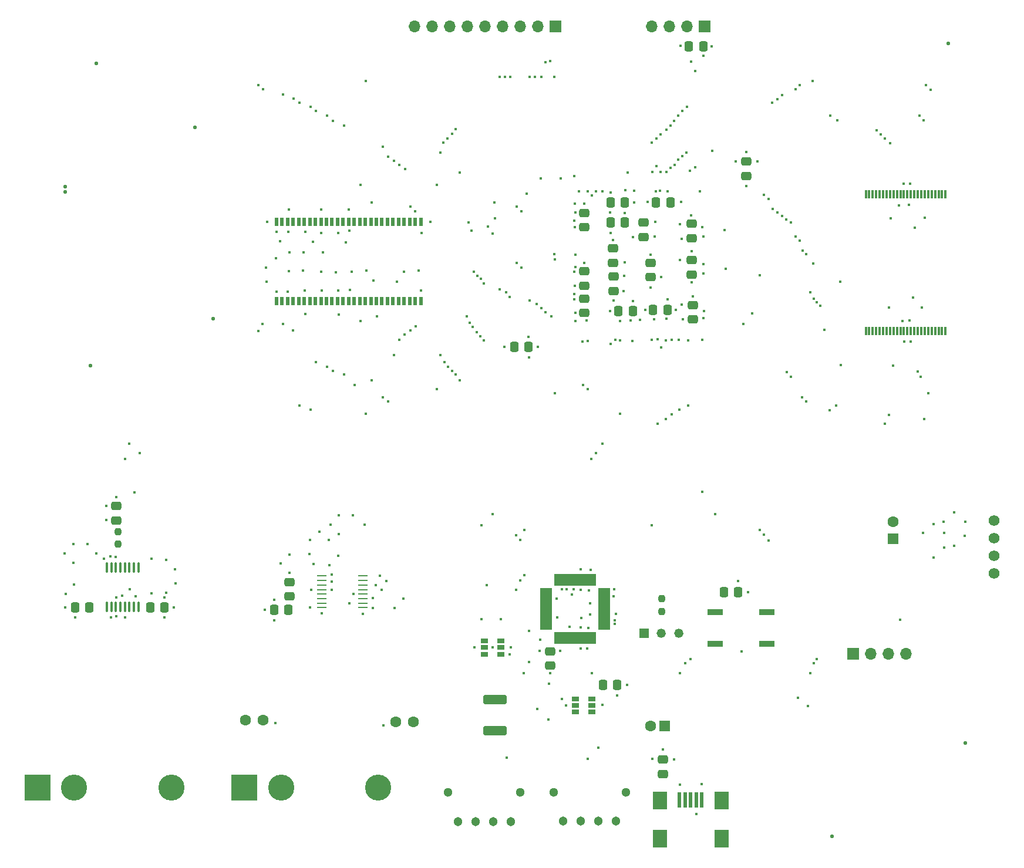
<source format=gts>
G04 #@! TF.GenerationSoftware,KiCad,Pcbnew,8.0.5*
G04 #@! TF.CreationDate,2024-11-21T15:10:05-05:00*
G04 #@! TF.ProjectId,PCB_Order3,5043425f-4f72-4646-9572-332e6b696361,rev?*
G04 #@! TF.SameCoordinates,Original*
G04 #@! TF.FileFunction,Soldermask,Top*
G04 #@! TF.FilePolarity,Negative*
%FSLAX46Y46*%
G04 Gerber Fmt 4.6, Leading zero omitted, Abs format (unit mm)*
G04 Created by KiCad (PCBNEW 8.0.5) date 2024-11-21 15:10:05*
%MOMM*%
%LPD*%
G01*
G04 APERTURE LIST*
G04 Aperture macros list*
%AMRoundRect*
0 Rectangle with rounded corners*
0 $1 Rounding radius*
0 $2 $3 $4 $5 $6 $7 $8 $9 X,Y pos of 4 corners*
0 Add a 4 corners polygon primitive as box body*
4,1,4,$2,$3,$4,$5,$6,$7,$8,$9,$2,$3,0*
0 Add four circle primitives for the rounded corners*
1,1,$1+$1,$2,$3*
1,1,$1+$1,$4,$5*
1,1,$1+$1,$6,$7*
1,1,$1+$1,$8,$9*
0 Add four rect primitives between the rounded corners*
20,1,$1+$1,$2,$3,$4,$5,0*
20,1,$1+$1,$4,$5,$6,$7,0*
20,1,$1+$1,$6,$7,$8,$9,0*
20,1,$1+$1,$8,$9,$2,$3,0*%
G04 Aperture macros list end*
%ADD10RoundRect,0.250000X0.337500X0.475000X-0.337500X0.475000X-0.337500X-0.475000X0.337500X-0.475000X0*%
%ADD11C,1.303000*%
%ADD12C,1.300000*%
%ADD13RoundRect,0.250000X0.475000X-0.337500X0.475000X0.337500X-0.475000X0.337500X-0.475000X-0.337500X0*%
%ADD14RoundRect,0.060500X-0.821500X-0.181500X0.821500X-0.181500X0.821500X0.181500X-0.821500X0.181500X0*%
%ADD15RoundRect,0.060500X-0.181500X-0.821500X0.181500X-0.821500X0.181500X0.821500X-0.181500X0.821500X0*%
%ADD16RoundRect,0.250000X-0.475000X0.337500X-0.475000X-0.337500X0.475000X-0.337500X0.475000X0.337500X0*%
%ADD17R,1.100000X0.650001*%
%ADD18RoundRect,0.250000X-0.337500X-0.475000X0.337500X-0.475000X0.337500X0.475000X-0.337500X0.475000X0*%
%ADD19R,1.700000X1.700000*%
%ADD20O,1.700000X1.700000*%
%ADD21C,1.600000*%
%ADD22R,2.209800X0.863600*%
%ADD23R,0.300000X1.300000*%
%ADD24RoundRect,0.100000X0.100000X-0.637500X0.100000X0.637500X-0.100000X0.637500X-0.100000X-0.637500X0*%
%ADD25C,1.574800*%
%ADD26R,1.600000X1.600000*%
%ADD27R,0.500000X2.250000*%
%ADD28R,2.000000X2.500000*%
%ADD29RoundRect,0.250000X-1.450000X0.400000X-1.450000X-0.400000X1.450000X-0.400000X1.450000X0.400000X0*%
%ADD30RoundRect,0.237500X0.237500X-0.250000X0.237500X0.250000X-0.237500X0.250000X-0.237500X-0.250000X0*%
%ADD31R,1.409700X0.254000*%
%ADD32R,1.320800X1.320800*%
%ADD33C,1.320800*%
%ADD34R,3.765000X3.765000*%
%ADD35C,3.765000*%
%ADD36R,0.600000X1.295000*%
%ADD37C,0.550000*%
%ADD38C,0.450000*%
G04 APERTURE END LIST*
D10*
X173575000Y-51600000D03*
X171500000Y-51600000D03*
D11*
X164680000Y-140850000D03*
X167220000Y-140850000D03*
X169760000Y-140850000D03*
X172300000Y-140850000D03*
D12*
X173690000Y-136650000D03*
X163290000Y-136650000D03*
D13*
X183375000Y-68462500D03*
X183375000Y-66387500D03*
D14*
X162245000Y-107475000D03*
X162245000Y-107975000D03*
X162245000Y-108475000D03*
X162245000Y-108975000D03*
X162245000Y-109475000D03*
X162245000Y-109975000D03*
X162245000Y-110475000D03*
X162245000Y-110975000D03*
X162245000Y-111475000D03*
X162245000Y-111975000D03*
X162245000Y-112475000D03*
X162245000Y-112975000D03*
D15*
X163675000Y-114405000D03*
X164175000Y-114405000D03*
X164675000Y-114405000D03*
X165175000Y-114405000D03*
X165675000Y-114405000D03*
X166175000Y-114405000D03*
X166675000Y-114405000D03*
X167175000Y-114405000D03*
X167675000Y-114405000D03*
X168175000Y-114405000D03*
X168675000Y-114405000D03*
X169175000Y-114405000D03*
D14*
X170605000Y-112975000D03*
X170605000Y-112475000D03*
X170605000Y-111975000D03*
X170605000Y-111475000D03*
X170605000Y-110975000D03*
X170605000Y-110475000D03*
X170605000Y-109975000D03*
X170605000Y-109475000D03*
X170605000Y-108975000D03*
X170605000Y-108475000D03*
X170605000Y-107975000D03*
X170605000Y-107475000D03*
D15*
X169175000Y-106045000D03*
X168675000Y-106045000D03*
X168175000Y-106045000D03*
X167675000Y-106045000D03*
X167175000Y-106045000D03*
X166675000Y-106045000D03*
X166175000Y-106045000D03*
X165675000Y-106045000D03*
X165175000Y-106045000D03*
X164675000Y-106045000D03*
X164175000Y-106045000D03*
X163675000Y-106045000D03*
D16*
X171900000Y-58237500D03*
X171900000Y-60312500D03*
D17*
X166425000Y-123199999D03*
X166425000Y-124150000D03*
X166425000Y-125099998D03*
X168825000Y-125099998D03*
X168825000Y-124150000D03*
X168825000Y-123199999D03*
D18*
X105112500Y-110050000D03*
X107187500Y-110050000D03*
D16*
X177250000Y-60312500D03*
X177250000Y-62387500D03*
D19*
X206480000Y-116710000D03*
D20*
X209020000Y-116710000D03*
X211560000Y-116710000D03*
X214100000Y-116710000D03*
D21*
X140540000Y-126530000D03*
X143040000Y-126530000D03*
D16*
X162800000Y-116337500D03*
X162800000Y-118412500D03*
D11*
X149480000Y-140925000D03*
X152020000Y-140925000D03*
X154560000Y-140925000D03*
X157100000Y-140925000D03*
D12*
X148090000Y-136725000D03*
X158490000Y-136725000D03*
D13*
X125250000Y-108412500D03*
X125250000Y-106337500D03*
D22*
X186578500Y-110724999D03*
X194071500Y-110724999D03*
X186578500Y-115225001D03*
X194071500Y-115225001D03*
D13*
X191070000Y-47777500D03*
X191070000Y-45702500D03*
D16*
X176275000Y-54487500D03*
X176275000Y-56562500D03*
D10*
X173587500Y-54500000D03*
X171512500Y-54500000D03*
D23*
X208320000Y-70115000D03*
X208820000Y-70115000D03*
X209320000Y-70115000D03*
X209820000Y-70115000D03*
X210320000Y-70115000D03*
X210820000Y-70115000D03*
X211320000Y-70115000D03*
X211820000Y-70115000D03*
X212320000Y-70115000D03*
X212820000Y-70115000D03*
X213320000Y-70115000D03*
X213820000Y-70115000D03*
X214320000Y-70115000D03*
X214820000Y-70115000D03*
X215320000Y-70115000D03*
X215820000Y-70115000D03*
X216320000Y-70115000D03*
X216820000Y-70115000D03*
X217320000Y-70115000D03*
X217820000Y-70115000D03*
X218320000Y-70115000D03*
X218820000Y-70115000D03*
X219320000Y-70115000D03*
X219820000Y-70115000D03*
X219820000Y-50415000D03*
X219320000Y-50415000D03*
X218820000Y-50415000D03*
X218320000Y-50415000D03*
X217820000Y-50415000D03*
X217320000Y-50415000D03*
X216820000Y-50415000D03*
X216320000Y-50415000D03*
X215820000Y-50415000D03*
X215320000Y-50415000D03*
X214820000Y-50415000D03*
X214320000Y-50415000D03*
X213820000Y-50415000D03*
X213320000Y-50415000D03*
X212820000Y-50415000D03*
X212320000Y-50415000D03*
X211820000Y-50415000D03*
X211320000Y-50415000D03*
X210820000Y-50415000D03*
X210320000Y-50415000D03*
X209820000Y-50415000D03*
X209320000Y-50415000D03*
X208820000Y-50415000D03*
X208320000Y-50415000D03*
D24*
X98875000Y-109972500D03*
X99525000Y-109972500D03*
X100175000Y-109972500D03*
X100825000Y-109972500D03*
X101475000Y-109972500D03*
X102125000Y-109972500D03*
X102775000Y-109972500D03*
X103425000Y-109972500D03*
X103425000Y-104247500D03*
X102775000Y-104247500D03*
X102125000Y-104247500D03*
X101475000Y-104247500D03*
X100825000Y-104247500D03*
X100175000Y-104247500D03*
X99525000Y-104247500D03*
X98875000Y-104247500D03*
D25*
X226836150Y-97523400D03*
X226836150Y-100063400D03*
X226836150Y-102603400D03*
X226836150Y-105143400D03*
D26*
X179295113Y-127150000D03*
D21*
X177295113Y-127150000D03*
D13*
X183200000Y-61987500D03*
X183200000Y-59912500D03*
D26*
X212251150Y-100120780D03*
D21*
X212251150Y-97620780D03*
D18*
X177662500Y-67050000D03*
X179737500Y-67050000D03*
D27*
X181450000Y-137750000D03*
X182250000Y-137750000D03*
X183050000Y-137750000D03*
X183850000Y-137750000D03*
X184650000Y-137750000D03*
D28*
X178600000Y-137875000D03*
X187500000Y-137875000D03*
X178600000Y-143375000D03*
X187500000Y-143375000D03*
D18*
X157615000Y-72420000D03*
X159690000Y-72420000D03*
D29*
X154890000Y-123305000D03*
X154890000Y-127755000D03*
D30*
X178900000Y-110612500D03*
X178900000Y-108787500D03*
D13*
X183175000Y-56737500D03*
X183175000Y-54662500D03*
D30*
X100500000Y-100912500D03*
X100500000Y-99087500D03*
D31*
X135777750Y-110034951D03*
X135777750Y-109384965D03*
X135777750Y-108734979D03*
X135777750Y-108084993D03*
X135777750Y-107435007D03*
X135777750Y-106785021D03*
X135777750Y-106135035D03*
X135777750Y-105485049D03*
X129872250Y-105485049D03*
X129872250Y-106135035D03*
X129872250Y-106785021D03*
X129872250Y-107435007D03*
X129872250Y-108084993D03*
X129872250Y-108734979D03*
X129872250Y-109384965D03*
X129872250Y-110034951D03*
D10*
X96362500Y-110025000D03*
X94287500Y-110025000D03*
D32*
X176325000Y-113750000D03*
D33*
X178825000Y-113750000D03*
X181325000Y-113750000D03*
D13*
X171950000Y-64362500D03*
X171950000Y-62287500D03*
D34*
X88875000Y-135975000D03*
D35*
X94175000Y-135975000D03*
X108175000Y-135975000D03*
D13*
X167725000Y-55187500D03*
X167725000Y-53112500D03*
D34*
X118700000Y-136000000D03*
D35*
X124000000Y-136000000D03*
X138000000Y-136000000D03*
D10*
X125087500Y-110375000D03*
X123012500Y-110375000D03*
D18*
X172662500Y-67275000D03*
X174737500Y-67275000D03*
D13*
X100225000Y-97462500D03*
X100225000Y-95387500D03*
X167700000Y-63587500D03*
X167700000Y-61512500D03*
D16*
X167700000Y-65462500D03*
X167700000Y-67537500D03*
D18*
X170412500Y-121150000D03*
X172487500Y-121150000D03*
D21*
X121380000Y-126250000D03*
X118880000Y-126250000D03*
D10*
X180137500Y-51575000D03*
X178062500Y-51575000D03*
D19*
X163600000Y-26200000D03*
D20*
X161060000Y-26200000D03*
X158520000Y-26200000D03*
X155980000Y-26200000D03*
X153440000Y-26200000D03*
X150900000Y-26200000D03*
X148360000Y-26200000D03*
X145820000Y-26200000D03*
X143280000Y-26200000D03*
D19*
X185050000Y-26200000D03*
D20*
X182510000Y-26200000D03*
X179970000Y-26200000D03*
X177430000Y-26200000D03*
D17*
X155700000Y-116750001D03*
X155700000Y-115800000D03*
X155700000Y-114850002D03*
X153300000Y-114850002D03*
X153300000Y-115800000D03*
X153300000Y-116750001D03*
D36*
X123350000Y-65841000D03*
X124150000Y-65841000D03*
X124950000Y-65841000D03*
X125750000Y-65841000D03*
X126550000Y-65841000D03*
X127350000Y-65841000D03*
X128150000Y-65841000D03*
X128950000Y-65841000D03*
X129750000Y-65841000D03*
X130550000Y-65841000D03*
X131350000Y-65841000D03*
X132150000Y-65841000D03*
X132950000Y-65841000D03*
X133750000Y-65841000D03*
X134550000Y-65841000D03*
X135350000Y-65841000D03*
X136150000Y-65841000D03*
X136950000Y-65841000D03*
X137750000Y-65841000D03*
X138550000Y-65841000D03*
X139350000Y-65841000D03*
X140150000Y-65841000D03*
X140950000Y-65841000D03*
X141750000Y-65841000D03*
X142550000Y-65841000D03*
X143350000Y-65841000D03*
X144150000Y-65841000D03*
X144150000Y-54385000D03*
X143350000Y-54385000D03*
X142550000Y-54385000D03*
X141750000Y-54385000D03*
X140950000Y-54385000D03*
X140150000Y-54385000D03*
X139350000Y-54385000D03*
X138550000Y-54385000D03*
X137750000Y-54385000D03*
X136950000Y-54385000D03*
X136150000Y-54385000D03*
X135350000Y-54385000D03*
X134550000Y-54385000D03*
X133750000Y-54385000D03*
X132950000Y-54385000D03*
X132150000Y-54385000D03*
X131350000Y-54385000D03*
X130550000Y-54385000D03*
X129750000Y-54385000D03*
X128950000Y-54385000D03*
X128150000Y-54385000D03*
X127350000Y-54385000D03*
X126550000Y-54385000D03*
X125750000Y-54385000D03*
X124950000Y-54385000D03*
X124150000Y-54385000D03*
X123350000Y-54385000D03*
D10*
X184887500Y-29100000D03*
X182812500Y-29100000D03*
D13*
X179070000Y-134027500D03*
X179070000Y-131952500D03*
D18*
X187837500Y-107800000D03*
X189912500Y-107800000D03*
D37*
X220210000Y-28620000D03*
X203480000Y-143020000D03*
X222700000Y-129610000D03*
X97380000Y-31570000D03*
X111570000Y-40730000D03*
X96530000Y-75100000D03*
X114220000Y-68390000D03*
X92890000Y-50100000D03*
X92880000Y-49300000D03*
D38*
X162775000Y-119500000D03*
X181500000Y-119500000D03*
X158975000Y-119500000D03*
X181500000Y-135600000D03*
X168825000Y-119500000D03*
X102825000Y-93400000D03*
X184725000Y-93375000D03*
X184725000Y-71400000D03*
X166325000Y-63600000D03*
X219591150Y-101348400D03*
X134187500Y-61550000D03*
X159725000Y-117900000D03*
X105350000Y-103000000D03*
X100175000Y-102700000D03*
X177925000Y-54400000D03*
X174920000Y-51570000D03*
X213100000Y-52060000D03*
X131275000Y-105250000D03*
X176550000Y-67050000D03*
X96110000Y-100870000D03*
X133900000Y-64225000D03*
X166250000Y-54250000D03*
X134475000Y-108075000D03*
X168600000Y-109400000D03*
X166450000Y-59150000D03*
X105350000Y-107950000D03*
X144200000Y-64275000D03*
X179725000Y-49985000D03*
X143850000Y-61450000D03*
X171900000Y-56975000D03*
X121950000Y-63050000D03*
X127250000Y-58750000D03*
X129812500Y-61550000D03*
X132250000Y-55975000D03*
X221061150Y-101088400D03*
X128675000Y-103725000D03*
X156190000Y-72400000D03*
X102175000Y-107400000D03*
X164525000Y-123200000D03*
X171450000Y-67250000D03*
X211920000Y-53880000D03*
X168200000Y-49960000D03*
X170325000Y-124100000D03*
X213595000Y-68705000D03*
X127475000Y-55800000D03*
X131275000Y-106275000D03*
X128070000Y-102350000D03*
X166280000Y-64830000D03*
X166250000Y-65534999D03*
X162675000Y-121025000D03*
X171950000Y-108425000D03*
X166350000Y-51760000D03*
X163700000Y-108775000D03*
X98775000Y-97425000D03*
X213290000Y-111790000D03*
X156950000Y-116750001D03*
X184900000Y-68300000D03*
X172850000Y-68675000D03*
X165950000Y-108150000D03*
X184875000Y-61825000D03*
X222581150Y-99728400D03*
X218091150Y-102818400D03*
X177250000Y-59150000D03*
X136075000Y-98100000D03*
X173600000Y-53150000D03*
X174890000Y-49940000D03*
X168025000Y-68650000D03*
X125137500Y-61462500D03*
X211620000Y-66780000D03*
X181950000Y-68450000D03*
X181650000Y-51550000D03*
X133350000Y-57350000D03*
X134390000Y-96730000D03*
X181630000Y-29000000D03*
X213840000Y-71670000D03*
X173450000Y-62200000D03*
X166425000Y-68700000D03*
X183250000Y-63150000D03*
X159400000Y-50360000D03*
X172025000Y-107425000D03*
X181750000Y-56850000D03*
X184425000Y-49975000D03*
X177775000Y-68475000D03*
X213810000Y-48850000D03*
X124950000Y-64425000D03*
X97390000Y-102220000D03*
X166325000Y-55150000D03*
X129850000Y-64325000D03*
X166210000Y-107430000D03*
X184900000Y-56525000D03*
X191070000Y-49210000D03*
X168160000Y-115940000D03*
X123350000Y-64450000D03*
X103650000Y-87785000D03*
X169375000Y-87785000D03*
X169375000Y-49960000D03*
X101125000Y-108325000D03*
X99502775Y-111477223D03*
X101475000Y-88610000D03*
X168750000Y-88560000D03*
X168800000Y-50585000D03*
X102125000Y-86435000D03*
X170312500Y-86422500D03*
X170375000Y-49985000D03*
X121850000Y-60960000D03*
X198570000Y-123040000D03*
X168650000Y-104600000D03*
X168420000Y-107530000D03*
X177570000Y-131900000D03*
X178030000Y-49980000D03*
X101550000Y-111450000D03*
X172250000Y-110975000D03*
X191900000Y-67625000D03*
X167170000Y-115960000D03*
X164250000Y-116275000D03*
X100260000Y-108610000D03*
X131000000Y-103930000D03*
X127150000Y-61450000D03*
X131300000Y-107450000D03*
X98790000Y-95390000D03*
X172470000Y-122710000D03*
X132340000Y-67790000D03*
X189590000Y-45680000D03*
X167750000Y-51750000D03*
X159740000Y-73910000D03*
X131887500Y-61650000D03*
X92820000Y-102210000D03*
X174750000Y-56625000D03*
X167180000Y-104480000D03*
X173995727Y-47263513D03*
X177260000Y-63880000D03*
X187950000Y-55550000D03*
X130050000Y-58750000D03*
X171510000Y-56030000D03*
X94040000Y-100870000D03*
X107170000Y-108540000D03*
X133730000Y-52620000D03*
X183250000Y-58650000D03*
X123010000Y-111880000D03*
X166410000Y-60900000D03*
X133850000Y-55650000D03*
X167250000Y-112900000D03*
X161425000Y-48110000D03*
X162575000Y-126200000D03*
X131120000Y-98080000D03*
X121970000Y-54390000D03*
X160970000Y-124630000D03*
X132320000Y-99440000D03*
X216820000Y-53780000D03*
X141730000Y-61570000D03*
X140400000Y-110110000D03*
X174750000Y-65850000D03*
X128320000Y-107440000D03*
X218081150Y-97958400D03*
X219561150Y-97688400D03*
X214780000Y-71620000D03*
X169790000Y-130280000D03*
X167325000Y-111550000D03*
X172105913Y-112380913D03*
X214750000Y-48890000D03*
X184975000Y-67275000D03*
X141670000Y-108730000D03*
X184900000Y-30420000D03*
X107420000Y-107890000D03*
X173375000Y-64400000D03*
X165100000Y-124125000D03*
X184875000Y-60525000D03*
X108500000Y-110050000D03*
X103000000Y-108400000D03*
X123275000Y-59650000D03*
X128170000Y-100290000D03*
X191050000Y-44330000D03*
X123375000Y-55850000D03*
X222641150Y-97658400D03*
X166250000Y-47750000D03*
X108740000Y-104550000D03*
X166280000Y-61620000D03*
X179060000Y-130530000D03*
X123970000Y-103690000D03*
X121650000Y-110360000D03*
X94160000Y-106690000D03*
X171525000Y-50150000D03*
X171940000Y-65750000D03*
X107410000Y-103160000D03*
X173650000Y-49850000D03*
X100240000Y-94070000D03*
X154510000Y-115800000D03*
X161070000Y-72420000D03*
X92910000Y-110030000D03*
X214519448Y-51926175D03*
X137300000Y-62875000D03*
X165200000Y-107400000D03*
X125250000Y-58750000D03*
X98500000Y-102975000D03*
X168250000Y-131875000D03*
X199940000Y-124230000D03*
X166450000Y-67537500D03*
X132300000Y-96750000D03*
X128620000Y-57280000D03*
X94050000Y-103590000D03*
X215110000Y-65350000D03*
X140700000Y-63000000D03*
X179730000Y-65570000D03*
X219591150Y-99298400D03*
X184750000Y-55150000D03*
X132270000Y-102580000D03*
X163800000Y-111475000D03*
X132225000Y-64325000D03*
X186130000Y-29110000D03*
X137270000Y-110060000D03*
X190375000Y-116350000D03*
X181560000Y-54690000D03*
X159720000Y-113370000D03*
X164350000Y-48150000D03*
X168350000Y-113000000D03*
X174670000Y-71580000D03*
X127470000Y-67650000D03*
X216440000Y-66770000D03*
X183350000Y-65150000D03*
X177890000Y-56540000D03*
X176850000Y-51550000D03*
X173600000Y-60250000D03*
X168600000Y-111025000D03*
X99430339Y-102610641D03*
X171475000Y-53050000D03*
X92930000Y-108040000D03*
X129750000Y-56000000D03*
X181750000Y-66360000D03*
X151850000Y-115800000D03*
X107190000Y-111470000D03*
X178850000Y-62350000D03*
X172150000Y-111850000D03*
X161320000Y-116320000D03*
X189930000Y-106210000D03*
X179560000Y-68350000D03*
X188150000Y-61200000D03*
X186200000Y-44160000D03*
X190630000Y-69100000D03*
X164525000Y-107375000D03*
X175730000Y-68540000D03*
X136270000Y-61440000D03*
X130900000Y-100280000D03*
X192660000Y-45660000D03*
X166460000Y-53060000D03*
X167200000Y-107450000D03*
X129760000Y-52580000D03*
X125150000Y-52570000D03*
X123840000Y-57190000D03*
X125180000Y-102380000D03*
X214620000Y-68630000D03*
X144250000Y-56025000D03*
X167700000Y-60300000D03*
X191375000Y-107800000D03*
X125200000Y-105060000D03*
X161340000Y-114670000D03*
X94280000Y-111470000D03*
X129560000Y-99080000D03*
X181560000Y-59920000D03*
X180710000Y-131960000D03*
X221041150Y-96298400D03*
X123000000Y-108910000D03*
X183910000Y-139860000D03*
X166950000Y-49950000D03*
X145540000Y-54370000D03*
X125012500Y-55812500D03*
X157175000Y-115800000D03*
X173900000Y-121200000D03*
X180950000Y-67050000D03*
X127450000Y-64325000D03*
X178655736Y-49940736D03*
X174450000Y-68650000D03*
X108780000Y-106550000D03*
X183150000Y-53450000D03*
X184640000Y-135520000D03*
X135800000Y-110920000D03*
X216541150Y-99288400D03*
X159680000Y-70950000D03*
X215400000Y-55230000D03*
X165620000Y-112850000D03*
X100225000Y-111275000D03*
X154500000Y-96560000D03*
X186575000Y-96560000D03*
X154500000Y-56110001D03*
X138800000Y-127010000D03*
X137200000Y-108700000D03*
X159050000Y-105375000D03*
X159050000Y-98875000D03*
X193050000Y-62075000D03*
X138225000Y-105425000D03*
X193050000Y-98850000D03*
X153800000Y-55050000D03*
X137675000Y-106800000D03*
X153700000Y-106800000D03*
X193650000Y-50475000D03*
X157900000Y-99600000D03*
X157900000Y-107450000D03*
X193600000Y-99475000D03*
X138475000Y-107475000D03*
X123170000Y-126660000D03*
X139175000Y-106175000D03*
X158475000Y-106125000D03*
X194300000Y-51050000D03*
X194300000Y-100350000D03*
X158475000Y-100275000D03*
X133850000Y-109400000D03*
X128150000Y-110000000D03*
X129900000Y-110875000D03*
X198175000Y-35225000D03*
X198175000Y-56525000D03*
X217645000Y-35355000D03*
X121310000Y-69150000D03*
X124250000Y-69140000D03*
X121410000Y-35225000D03*
X210445000Y-41765000D03*
X148650000Y-75860000D03*
X178700000Y-41735000D03*
X178700000Y-47185000D03*
X131450000Y-75860000D03*
X148650000Y-41700000D03*
X178275000Y-83525000D03*
X178275000Y-71300000D03*
X211095000Y-83555000D03*
X179550000Y-41085000D03*
X179550000Y-47160000D03*
X209863388Y-41190000D03*
X149200000Y-41050000D03*
X149200000Y-76435000D03*
X133050000Y-76435000D03*
X120700000Y-70120000D03*
X217020000Y-34630000D03*
X120700000Y-34620000D03*
X125740000Y-70080000D03*
X198775000Y-57125000D03*
X198750000Y-34625000D03*
X211670000Y-82205000D03*
X180350000Y-82125000D03*
X180325000Y-71425000D03*
X178100000Y-42335000D03*
X211095000Y-42365000D03*
X178100000Y-46335000D03*
X130650000Y-75335000D03*
X148000000Y-42335000D03*
X148050000Y-75335000D03*
X179450000Y-82800000D03*
X179475000Y-71525000D03*
X216745000Y-82830000D03*
X211845000Y-43015000D03*
X129050000Y-74585000D03*
X177475000Y-42935000D03*
X177500000Y-47210000D03*
X147400000Y-42950000D03*
X147550000Y-74585000D03*
X216270000Y-76755000D03*
X197550000Y-54500000D03*
X197550000Y-76725000D03*
X212295000Y-75105000D03*
X204700000Y-75075000D03*
X204650000Y-63050000D03*
X163525000Y-79110000D03*
X163453435Y-59808096D03*
X217370000Y-79140000D03*
X128250000Y-81525000D03*
X203200000Y-39050000D03*
X181375000Y-71425000D03*
X203150000Y-81600000D03*
X216045000Y-39105000D03*
X181400000Y-81525000D03*
X196850000Y-54025000D03*
X196925000Y-76050000D03*
X215770000Y-76005000D03*
X216620000Y-39730000D03*
X126650000Y-80925000D03*
X204065000Y-80925000D03*
X182675000Y-71450000D03*
X204200000Y-39700000D03*
X182700000Y-80925000D03*
X151650000Y-69585000D03*
X151809128Y-61614040D03*
X143450000Y-69460000D03*
X182975000Y-47010000D03*
X183125000Y-31250000D03*
X139450000Y-44985000D03*
X181900000Y-38360000D03*
X129050000Y-38360000D03*
X181875000Y-44935000D03*
X181300000Y-39060000D03*
X130650000Y-39060000D03*
X181300000Y-45435000D03*
X168225000Y-71600000D03*
X146450000Y-78550000D03*
X146427085Y-49075000D03*
X135450000Y-49075000D03*
X168225000Y-78535000D03*
X141050000Y-46150000D03*
X152300000Y-62150000D03*
X152200000Y-70325000D03*
X142650000Y-70085000D03*
X152800000Y-62600000D03*
X152750000Y-70900000D03*
X141850000Y-70685000D03*
X154850000Y-53900000D03*
X137050000Y-51610000D03*
X154800000Y-51610000D03*
X196225000Y-53575000D03*
X124250000Y-36025000D03*
X196225000Y-36100000D03*
X153275000Y-71500000D03*
X153250000Y-63300000D03*
X141050000Y-71435000D03*
X141860000Y-46760000D03*
X180150000Y-46635000D03*
X180150000Y-40510000D03*
X133050000Y-40535000D03*
X199750000Y-59075000D03*
X139450000Y-80325000D03*
X199750000Y-80325000D03*
X140250000Y-45585000D03*
X182450000Y-44435654D03*
X128250000Y-37785000D03*
X182550000Y-37760000D03*
X195575000Y-36700000D03*
X125850000Y-36625000D03*
X195600000Y-53025000D03*
X149750000Y-77210000D03*
X149800000Y-47300000D03*
X137050000Y-77210000D03*
X137850000Y-68060000D03*
X150775000Y-68060000D03*
X151043332Y-54475000D03*
X180725000Y-46135000D03*
X131450000Y-39810000D03*
X180700000Y-39810000D03*
X143350000Y-52885000D03*
X158650000Y-52885000D03*
X158635533Y-60964467D03*
X167477588Y-71662285D03*
X167550000Y-77960000D03*
X134650000Y-77925000D03*
X199150000Y-79685000D03*
X199200000Y-58535000D03*
X138650000Y-79685000D03*
X142650000Y-52185000D03*
X157950000Y-60350000D03*
X157950000Y-52185000D03*
X135425000Y-68735000D03*
X151250000Y-68935000D03*
X151500000Y-55625000D03*
X136250000Y-34050000D03*
X200680000Y-34050000D03*
X200780000Y-60430000D03*
X172925000Y-82100000D03*
X172925000Y-71475000D03*
X136250000Y-82100000D03*
X126660000Y-37185000D03*
X194850000Y-37185000D03*
X194875000Y-52550000D03*
X146950000Y-44385000D03*
X147000000Y-73585000D03*
X140250000Y-73585000D03*
X202364522Y-69947500D03*
X171545758Y-72015153D03*
X201746827Y-66535000D03*
X172175552Y-71446175D03*
X155675000Y-111700000D03*
X177475000Y-98175000D03*
X177450000Y-71425000D03*
X152900000Y-98175000D03*
X152875000Y-111675000D03*
X183700000Y-32650000D03*
X183700000Y-46494468D03*
X160825000Y-66285000D03*
X160600000Y-33475000D03*
X178850000Y-72550000D03*
X200300000Y-64535001D03*
X200300000Y-119500000D03*
X201250000Y-117475000D03*
X201246827Y-66010000D03*
X183050000Y-117500000D03*
X159849997Y-33475000D03*
X159875000Y-65770542D03*
X182275000Y-118075000D03*
X200825000Y-65510000D03*
X200825000Y-118075000D03*
X162125000Y-67460000D03*
X162125000Y-31400000D03*
X157025000Y-33475000D03*
X157000000Y-65185000D03*
X161550000Y-66869370D03*
X161550000Y-33475000D03*
X156425000Y-64585000D03*
X156274997Y-33475000D03*
X138650000Y-43585000D03*
X155524994Y-33475000D03*
X155550000Y-64110000D03*
X156540000Y-131710000D03*
X162950000Y-67985000D03*
X162851000Y-31211778D03*
X163400000Y-59060000D03*
X163400000Y-33475000D03*
M02*

</source>
